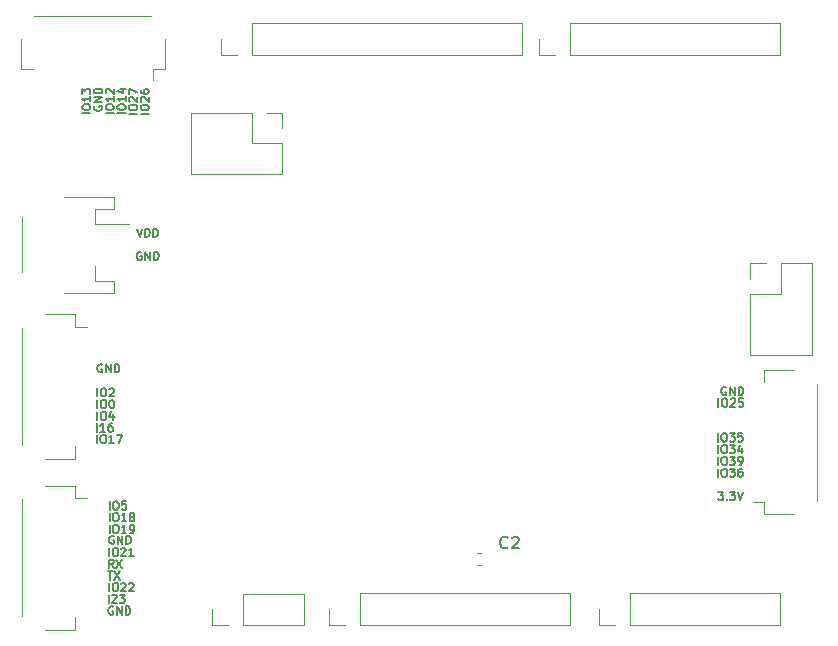
<source format=gbr>
%TF.GenerationSoftware,KiCad,Pcbnew,9.0.6*%
%TF.CreationDate,2025-11-05T04:37:19-08:00*%
%TF.ProjectId,D1R32InterfaceShield,44315233-3249-46e7-9465-726661636553,1.0*%
%TF.SameCoordinates,Original*%
%TF.FileFunction,Legend,Top*%
%TF.FilePolarity,Positive*%
%FSLAX46Y46*%
G04 Gerber Fmt 4.6, Leading zero omitted, Abs format (unit mm)*
G04 Created by KiCad (PCBNEW 9.0.6) date 2025-11-05 04:37:19*
%MOMM*%
%LPD*%
G01*
G04 APERTURE LIST*
%ADD10C,0.150000*%
%ADD11C,0.120000*%
G04 APERTURE END LIST*
D10*
X128535350Y-110726033D02*
X128535350Y-110026033D01*
X129002017Y-110026033D02*
X129135350Y-110026033D01*
X129135350Y-110026033D02*
X129202017Y-110059366D01*
X129202017Y-110059366D02*
X129268683Y-110126033D01*
X129268683Y-110126033D02*
X129302017Y-110259366D01*
X129302017Y-110259366D02*
X129302017Y-110492700D01*
X129302017Y-110492700D02*
X129268683Y-110626033D01*
X129268683Y-110626033D02*
X129202017Y-110692700D01*
X129202017Y-110692700D02*
X129135350Y-110726033D01*
X129135350Y-110726033D02*
X129002017Y-110726033D01*
X129002017Y-110726033D02*
X128935350Y-110692700D01*
X128935350Y-110692700D02*
X128868683Y-110626033D01*
X128868683Y-110626033D02*
X128835350Y-110492700D01*
X128835350Y-110492700D02*
X128835350Y-110259366D01*
X128835350Y-110259366D02*
X128868683Y-110126033D01*
X128868683Y-110126033D02*
X128935350Y-110059366D01*
X128935350Y-110059366D02*
X129002017Y-110026033D01*
X129735350Y-110026033D02*
X129802016Y-110026033D01*
X129802016Y-110026033D02*
X129868683Y-110059366D01*
X129868683Y-110059366D02*
X129902016Y-110092700D01*
X129902016Y-110092700D02*
X129935350Y-110159366D01*
X129935350Y-110159366D02*
X129968683Y-110292700D01*
X129968683Y-110292700D02*
X129968683Y-110459366D01*
X129968683Y-110459366D02*
X129935350Y-110592700D01*
X129935350Y-110592700D02*
X129902016Y-110659366D01*
X129902016Y-110659366D02*
X129868683Y-110692700D01*
X129868683Y-110692700D02*
X129802016Y-110726033D01*
X129802016Y-110726033D02*
X129735350Y-110726033D01*
X129735350Y-110726033D02*
X129668683Y-110692700D01*
X129668683Y-110692700D02*
X129635350Y-110659366D01*
X129635350Y-110659366D02*
X129602016Y-110592700D01*
X129602016Y-110592700D02*
X129568683Y-110459366D01*
X129568683Y-110459366D02*
X129568683Y-110292700D01*
X129568683Y-110292700D02*
X129602016Y-110159366D01*
X129602016Y-110159366D02*
X129635350Y-110092700D01*
X129635350Y-110092700D02*
X129668683Y-110059366D01*
X129668683Y-110059366D02*
X129735350Y-110026033D01*
X181127982Y-110606033D02*
X181127982Y-109906033D01*
X181594649Y-109906033D02*
X181727982Y-109906033D01*
X181727982Y-109906033D02*
X181794649Y-109939366D01*
X181794649Y-109939366D02*
X181861315Y-110006033D01*
X181861315Y-110006033D02*
X181894649Y-110139366D01*
X181894649Y-110139366D02*
X181894649Y-110372700D01*
X181894649Y-110372700D02*
X181861315Y-110506033D01*
X181861315Y-110506033D02*
X181794649Y-110572700D01*
X181794649Y-110572700D02*
X181727982Y-110606033D01*
X181727982Y-110606033D02*
X181594649Y-110606033D01*
X181594649Y-110606033D02*
X181527982Y-110572700D01*
X181527982Y-110572700D02*
X181461315Y-110506033D01*
X181461315Y-110506033D02*
X181427982Y-110372700D01*
X181427982Y-110372700D02*
X181427982Y-110139366D01*
X181427982Y-110139366D02*
X181461315Y-110006033D01*
X181461315Y-110006033D02*
X181527982Y-109939366D01*
X181527982Y-109939366D02*
X181594649Y-109906033D01*
X182161315Y-109972700D02*
X182194648Y-109939366D01*
X182194648Y-109939366D02*
X182261315Y-109906033D01*
X182261315Y-109906033D02*
X182427982Y-109906033D01*
X182427982Y-109906033D02*
X182494648Y-109939366D01*
X182494648Y-109939366D02*
X182527982Y-109972700D01*
X182527982Y-109972700D02*
X182561315Y-110039366D01*
X182561315Y-110039366D02*
X182561315Y-110106033D01*
X182561315Y-110106033D02*
X182527982Y-110206033D01*
X182527982Y-110206033D02*
X182127982Y-110606033D01*
X182127982Y-110606033D02*
X182561315Y-110606033D01*
X183194649Y-109906033D02*
X182861315Y-109906033D01*
X182861315Y-109906033D02*
X182827982Y-110239366D01*
X182827982Y-110239366D02*
X182861315Y-110206033D01*
X182861315Y-110206033D02*
X182927982Y-110172700D01*
X182927982Y-110172700D02*
X183094649Y-110172700D01*
X183094649Y-110172700D02*
X183161315Y-110206033D01*
X183161315Y-110206033D02*
X183194649Y-110239366D01*
X183194649Y-110239366D02*
X183227982Y-110306033D01*
X183227982Y-110306033D02*
X183227982Y-110472700D01*
X183227982Y-110472700D02*
X183194649Y-110539366D01*
X183194649Y-110539366D02*
X183161315Y-110572700D01*
X183161315Y-110572700D02*
X183094649Y-110606033D01*
X183094649Y-110606033D02*
X182927982Y-110606033D01*
X182927982Y-110606033D02*
X182861315Y-110572700D01*
X182861315Y-110572700D02*
X182827982Y-110539366D01*
X132906033Y-85802017D02*
X132206033Y-85802017D01*
X132206033Y-85335351D02*
X132206033Y-85202017D01*
X132206033Y-85202017D02*
X132239366Y-85135351D01*
X132239366Y-85135351D02*
X132306033Y-85068684D01*
X132306033Y-85068684D02*
X132439366Y-85035351D01*
X132439366Y-85035351D02*
X132672700Y-85035351D01*
X132672700Y-85035351D02*
X132806033Y-85068684D01*
X132806033Y-85068684D02*
X132872700Y-85135351D01*
X132872700Y-85135351D02*
X132906033Y-85202017D01*
X132906033Y-85202017D02*
X132906033Y-85335351D01*
X132906033Y-85335351D02*
X132872700Y-85402017D01*
X132872700Y-85402017D02*
X132806033Y-85468684D01*
X132806033Y-85468684D02*
X132672700Y-85502017D01*
X132672700Y-85502017D02*
X132439366Y-85502017D01*
X132439366Y-85502017D02*
X132306033Y-85468684D01*
X132306033Y-85468684D02*
X132239366Y-85402017D01*
X132239366Y-85402017D02*
X132206033Y-85335351D01*
X132272700Y-84768684D02*
X132239366Y-84735351D01*
X132239366Y-84735351D02*
X132206033Y-84668684D01*
X132206033Y-84668684D02*
X132206033Y-84502018D01*
X132206033Y-84502018D02*
X132239366Y-84435351D01*
X132239366Y-84435351D02*
X132272700Y-84402018D01*
X132272700Y-84402018D02*
X132339366Y-84368684D01*
X132339366Y-84368684D02*
X132406033Y-84368684D01*
X132406033Y-84368684D02*
X132506033Y-84402018D01*
X132506033Y-84402018D02*
X132906033Y-84802018D01*
X132906033Y-84802018D02*
X132906033Y-84368684D01*
X132206033Y-83768684D02*
X132206033Y-83902017D01*
X132206033Y-83902017D02*
X132239366Y-83968684D01*
X132239366Y-83968684D02*
X132272700Y-84002017D01*
X132272700Y-84002017D02*
X132372700Y-84068684D01*
X132372700Y-84068684D02*
X132506033Y-84102017D01*
X132506033Y-84102017D02*
X132772700Y-84102017D01*
X132772700Y-84102017D02*
X132839366Y-84068684D01*
X132839366Y-84068684D02*
X132872700Y-84035351D01*
X132872700Y-84035351D02*
X132906033Y-83968684D01*
X132906033Y-83968684D02*
X132906033Y-83835351D01*
X132906033Y-83835351D02*
X132872700Y-83768684D01*
X132872700Y-83768684D02*
X132839366Y-83735351D01*
X132839366Y-83735351D02*
X132772700Y-83702017D01*
X132772700Y-83702017D02*
X132606033Y-83702017D01*
X132606033Y-83702017D02*
X132539366Y-83735351D01*
X132539366Y-83735351D02*
X132506033Y-83768684D01*
X132506033Y-83768684D02*
X132472700Y-83835351D01*
X132472700Y-83835351D02*
X132472700Y-83968684D01*
X132472700Y-83968684D02*
X132506033Y-84035351D01*
X132506033Y-84035351D02*
X132539366Y-84068684D01*
X132539366Y-84068684D02*
X132606033Y-84102017D01*
X129932017Y-121549366D02*
X129865350Y-121516033D01*
X129865350Y-121516033D02*
X129765350Y-121516033D01*
X129765350Y-121516033D02*
X129665350Y-121549366D01*
X129665350Y-121549366D02*
X129598684Y-121616033D01*
X129598684Y-121616033D02*
X129565350Y-121682700D01*
X129565350Y-121682700D02*
X129532017Y-121816033D01*
X129532017Y-121816033D02*
X129532017Y-121916033D01*
X129532017Y-121916033D02*
X129565350Y-122049366D01*
X129565350Y-122049366D02*
X129598684Y-122116033D01*
X129598684Y-122116033D02*
X129665350Y-122182700D01*
X129665350Y-122182700D02*
X129765350Y-122216033D01*
X129765350Y-122216033D02*
X129832017Y-122216033D01*
X129832017Y-122216033D02*
X129932017Y-122182700D01*
X129932017Y-122182700D02*
X129965350Y-122149366D01*
X129965350Y-122149366D02*
X129965350Y-121916033D01*
X129965350Y-121916033D02*
X129832017Y-121916033D01*
X130265350Y-122216033D02*
X130265350Y-121516033D01*
X130265350Y-121516033D02*
X130665350Y-122216033D01*
X130665350Y-122216033D02*
X130665350Y-121516033D01*
X130998683Y-122216033D02*
X130998683Y-121516033D01*
X130998683Y-121516033D02*
X131165350Y-121516033D01*
X131165350Y-121516033D02*
X131265350Y-121549366D01*
X131265350Y-121549366D02*
X131332017Y-121616033D01*
X131332017Y-121616033D02*
X131365350Y-121682700D01*
X131365350Y-121682700D02*
X131398683Y-121816033D01*
X131398683Y-121816033D02*
X131398683Y-121916033D01*
X131398683Y-121916033D02*
X131365350Y-122049366D01*
X131365350Y-122049366D02*
X131332017Y-122116033D01*
X131332017Y-122116033D02*
X131265350Y-122182700D01*
X131265350Y-122182700D02*
X131165350Y-122216033D01*
X131165350Y-122216033D02*
X130998683Y-122216033D01*
X181114649Y-117806033D02*
X181547982Y-117806033D01*
X181547982Y-117806033D02*
X181314649Y-118072700D01*
X181314649Y-118072700D02*
X181414649Y-118072700D01*
X181414649Y-118072700D02*
X181481315Y-118106033D01*
X181481315Y-118106033D02*
X181514649Y-118139366D01*
X181514649Y-118139366D02*
X181547982Y-118206033D01*
X181547982Y-118206033D02*
X181547982Y-118372700D01*
X181547982Y-118372700D02*
X181514649Y-118439366D01*
X181514649Y-118439366D02*
X181481315Y-118472700D01*
X181481315Y-118472700D02*
X181414649Y-118506033D01*
X181414649Y-118506033D02*
X181214649Y-118506033D01*
X181214649Y-118506033D02*
X181147982Y-118472700D01*
X181147982Y-118472700D02*
X181114649Y-118439366D01*
X181847982Y-118439366D02*
X181881316Y-118472700D01*
X181881316Y-118472700D02*
X181847982Y-118506033D01*
X181847982Y-118506033D02*
X181814649Y-118472700D01*
X181814649Y-118472700D02*
X181847982Y-118439366D01*
X181847982Y-118439366D02*
X181847982Y-118506033D01*
X182114649Y-117806033D02*
X182547982Y-117806033D01*
X182547982Y-117806033D02*
X182314649Y-118072700D01*
X182314649Y-118072700D02*
X182414649Y-118072700D01*
X182414649Y-118072700D02*
X182481315Y-118106033D01*
X182481315Y-118106033D02*
X182514649Y-118139366D01*
X182514649Y-118139366D02*
X182547982Y-118206033D01*
X182547982Y-118206033D02*
X182547982Y-118372700D01*
X182547982Y-118372700D02*
X182514649Y-118439366D01*
X182514649Y-118439366D02*
X182481315Y-118472700D01*
X182481315Y-118472700D02*
X182414649Y-118506033D01*
X182414649Y-118506033D02*
X182214649Y-118506033D01*
X182214649Y-118506033D02*
X182147982Y-118472700D01*
X182147982Y-118472700D02*
X182114649Y-118439366D01*
X182747982Y-117806033D02*
X182981316Y-118506033D01*
X182981316Y-118506033D02*
X183214649Y-117806033D01*
X128505350Y-112706033D02*
X128505350Y-112006033D01*
X129205350Y-112706033D02*
X128805350Y-112706033D01*
X129005350Y-112706033D02*
X129005350Y-112006033D01*
X129005350Y-112006033D02*
X128938683Y-112106033D01*
X128938683Y-112106033D02*
X128872017Y-112172700D01*
X128872017Y-112172700D02*
X128805350Y-112206033D01*
X129805350Y-112006033D02*
X129672017Y-112006033D01*
X129672017Y-112006033D02*
X129605350Y-112039366D01*
X129605350Y-112039366D02*
X129572017Y-112072700D01*
X129572017Y-112072700D02*
X129505350Y-112172700D01*
X129505350Y-112172700D02*
X129472017Y-112306033D01*
X129472017Y-112306033D02*
X129472017Y-112572700D01*
X129472017Y-112572700D02*
X129505350Y-112639366D01*
X129505350Y-112639366D02*
X129538684Y-112672700D01*
X129538684Y-112672700D02*
X129605350Y-112706033D01*
X129605350Y-112706033D02*
X129738684Y-112706033D01*
X129738684Y-112706033D02*
X129805350Y-112672700D01*
X129805350Y-112672700D02*
X129838684Y-112639366D01*
X129838684Y-112639366D02*
X129872017Y-112572700D01*
X129872017Y-112572700D02*
X129872017Y-112406033D01*
X129872017Y-112406033D02*
X129838684Y-112339366D01*
X129838684Y-112339366D02*
X129805350Y-112306033D01*
X129805350Y-112306033D02*
X129738684Y-112272700D01*
X129738684Y-112272700D02*
X129605350Y-112272700D01*
X129605350Y-112272700D02*
X129538684Y-112306033D01*
X129538684Y-112306033D02*
X129505350Y-112339366D01*
X129505350Y-112339366D02*
X129472017Y-112406033D01*
X181077982Y-116536033D02*
X181077982Y-115836033D01*
X181544649Y-115836033D02*
X181677982Y-115836033D01*
X181677982Y-115836033D02*
X181744649Y-115869366D01*
X181744649Y-115869366D02*
X181811315Y-115936033D01*
X181811315Y-115936033D02*
X181844649Y-116069366D01*
X181844649Y-116069366D02*
X181844649Y-116302700D01*
X181844649Y-116302700D02*
X181811315Y-116436033D01*
X181811315Y-116436033D02*
X181744649Y-116502700D01*
X181744649Y-116502700D02*
X181677982Y-116536033D01*
X181677982Y-116536033D02*
X181544649Y-116536033D01*
X181544649Y-116536033D02*
X181477982Y-116502700D01*
X181477982Y-116502700D02*
X181411315Y-116436033D01*
X181411315Y-116436033D02*
X181377982Y-116302700D01*
X181377982Y-116302700D02*
X181377982Y-116069366D01*
X181377982Y-116069366D02*
X181411315Y-115936033D01*
X181411315Y-115936033D02*
X181477982Y-115869366D01*
X181477982Y-115869366D02*
X181544649Y-115836033D01*
X182077982Y-115836033D02*
X182511315Y-115836033D01*
X182511315Y-115836033D02*
X182277982Y-116102700D01*
X182277982Y-116102700D02*
X182377982Y-116102700D01*
X182377982Y-116102700D02*
X182444648Y-116136033D01*
X182444648Y-116136033D02*
X182477982Y-116169366D01*
X182477982Y-116169366D02*
X182511315Y-116236033D01*
X182511315Y-116236033D02*
X182511315Y-116402700D01*
X182511315Y-116402700D02*
X182477982Y-116469366D01*
X182477982Y-116469366D02*
X182444648Y-116502700D01*
X182444648Y-116502700D02*
X182377982Y-116536033D01*
X182377982Y-116536033D02*
X182177982Y-116536033D01*
X182177982Y-116536033D02*
X182111315Y-116502700D01*
X182111315Y-116502700D02*
X182077982Y-116469366D01*
X183111315Y-115836033D02*
X182977982Y-115836033D01*
X182977982Y-115836033D02*
X182911315Y-115869366D01*
X182911315Y-115869366D02*
X182877982Y-115902700D01*
X182877982Y-115902700D02*
X182811315Y-116002700D01*
X182811315Y-116002700D02*
X182777982Y-116136033D01*
X182777982Y-116136033D02*
X182777982Y-116402700D01*
X182777982Y-116402700D02*
X182811315Y-116469366D01*
X182811315Y-116469366D02*
X182844649Y-116502700D01*
X182844649Y-116502700D02*
X182911315Y-116536033D01*
X182911315Y-116536033D02*
X183044649Y-116536033D01*
X183044649Y-116536033D02*
X183111315Y-116502700D01*
X183111315Y-116502700D02*
X183144649Y-116469366D01*
X183144649Y-116469366D02*
X183177982Y-116402700D01*
X183177982Y-116402700D02*
X183177982Y-116236033D01*
X183177982Y-116236033D02*
X183144649Y-116169366D01*
X183144649Y-116169366D02*
X183111315Y-116136033D01*
X183111315Y-116136033D02*
X183044649Y-116102700D01*
X183044649Y-116102700D02*
X182911315Y-116102700D01*
X182911315Y-116102700D02*
X182844649Y-116136033D01*
X182844649Y-116136033D02*
X182811315Y-116169366D01*
X182811315Y-116169366D02*
X182777982Y-116236033D01*
X129862017Y-127539366D02*
X129795350Y-127506033D01*
X129795350Y-127506033D02*
X129695350Y-127506033D01*
X129695350Y-127506033D02*
X129595350Y-127539366D01*
X129595350Y-127539366D02*
X129528684Y-127606033D01*
X129528684Y-127606033D02*
X129495350Y-127672700D01*
X129495350Y-127672700D02*
X129462017Y-127806033D01*
X129462017Y-127806033D02*
X129462017Y-127906033D01*
X129462017Y-127906033D02*
X129495350Y-128039366D01*
X129495350Y-128039366D02*
X129528684Y-128106033D01*
X129528684Y-128106033D02*
X129595350Y-128172700D01*
X129595350Y-128172700D02*
X129695350Y-128206033D01*
X129695350Y-128206033D02*
X129762017Y-128206033D01*
X129762017Y-128206033D02*
X129862017Y-128172700D01*
X129862017Y-128172700D02*
X129895350Y-128139366D01*
X129895350Y-128139366D02*
X129895350Y-127906033D01*
X129895350Y-127906033D02*
X129762017Y-127906033D01*
X130195350Y-128206033D02*
X130195350Y-127506033D01*
X130195350Y-127506033D02*
X130595350Y-128206033D01*
X130595350Y-128206033D02*
X130595350Y-127506033D01*
X130928683Y-128206033D02*
X130928683Y-127506033D01*
X130928683Y-127506033D02*
X131095350Y-127506033D01*
X131095350Y-127506033D02*
X131195350Y-127539366D01*
X131195350Y-127539366D02*
X131262017Y-127606033D01*
X131262017Y-127606033D02*
X131295350Y-127672700D01*
X131295350Y-127672700D02*
X131328683Y-127806033D01*
X131328683Y-127806033D02*
X131328683Y-127906033D01*
X131328683Y-127906033D02*
X131295350Y-128039366D01*
X131295350Y-128039366D02*
X131262017Y-128106033D01*
X131262017Y-128106033D02*
X131195350Y-128172700D01*
X131195350Y-128172700D02*
X131095350Y-128206033D01*
X131095350Y-128206033D02*
X130928683Y-128206033D01*
X128505350Y-113696033D02*
X128505350Y-112996033D01*
X128972017Y-112996033D02*
X129105350Y-112996033D01*
X129105350Y-112996033D02*
X129172017Y-113029366D01*
X129172017Y-113029366D02*
X129238683Y-113096033D01*
X129238683Y-113096033D02*
X129272017Y-113229366D01*
X129272017Y-113229366D02*
X129272017Y-113462700D01*
X129272017Y-113462700D02*
X129238683Y-113596033D01*
X129238683Y-113596033D02*
X129172017Y-113662700D01*
X129172017Y-113662700D02*
X129105350Y-113696033D01*
X129105350Y-113696033D02*
X128972017Y-113696033D01*
X128972017Y-113696033D02*
X128905350Y-113662700D01*
X128905350Y-113662700D02*
X128838683Y-113596033D01*
X128838683Y-113596033D02*
X128805350Y-113462700D01*
X128805350Y-113462700D02*
X128805350Y-113229366D01*
X128805350Y-113229366D02*
X128838683Y-113096033D01*
X128838683Y-113096033D02*
X128905350Y-113029366D01*
X128905350Y-113029366D02*
X128972017Y-112996033D01*
X129938683Y-113696033D02*
X129538683Y-113696033D01*
X129738683Y-113696033D02*
X129738683Y-112996033D01*
X129738683Y-112996033D02*
X129672016Y-113096033D01*
X129672016Y-113096033D02*
X129605350Y-113162700D01*
X129605350Y-113162700D02*
X129538683Y-113196033D01*
X130172017Y-112996033D02*
X130638683Y-112996033D01*
X130638683Y-112996033D02*
X130338683Y-113696033D01*
X129495350Y-127216033D02*
X129495350Y-126516033D01*
X129795350Y-126582700D02*
X129828683Y-126549366D01*
X129828683Y-126549366D02*
X129895350Y-126516033D01*
X129895350Y-126516033D02*
X130062017Y-126516033D01*
X130062017Y-126516033D02*
X130128683Y-126549366D01*
X130128683Y-126549366D02*
X130162017Y-126582700D01*
X130162017Y-126582700D02*
X130195350Y-126649366D01*
X130195350Y-126649366D02*
X130195350Y-126716033D01*
X130195350Y-126716033D02*
X130162017Y-126816033D01*
X130162017Y-126816033D02*
X129762017Y-127216033D01*
X129762017Y-127216033D02*
X130195350Y-127216033D01*
X130428684Y-126516033D02*
X130862017Y-126516033D01*
X130862017Y-126516033D02*
X130628684Y-126782700D01*
X130628684Y-126782700D02*
X130728684Y-126782700D01*
X130728684Y-126782700D02*
X130795350Y-126816033D01*
X130795350Y-126816033D02*
X130828684Y-126849366D01*
X130828684Y-126849366D02*
X130862017Y-126916033D01*
X130862017Y-126916033D02*
X130862017Y-127082700D01*
X130862017Y-127082700D02*
X130828684Y-127149366D01*
X130828684Y-127149366D02*
X130795350Y-127182700D01*
X130795350Y-127182700D02*
X130728684Y-127216033D01*
X130728684Y-127216033D02*
X130528684Y-127216033D01*
X130528684Y-127216033D02*
X130462017Y-127182700D01*
X130462017Y-127182700D02*
X130428684Y-127149366D01*
X132276667Y-97509366D02*
X132210000Y-97476033D01*
X132210000Y-97476033D02*
X132110000Y-97476033D01*
X132110000Y-97476033D02*
X132010000Y-97509366D01*
X132010000Y-97509366D02*
X131943334Y-97576033D01*
X131943334Y-97576033D02*
X131910000Y-97642700D01*
X131910000Y-97642700D02*
X131876667Y-97776033D01*
X131876667Y-97776033D02*
X131876667Y-97876033D01*
X131876667Y-97876033D02*
X131910000Y-98009366D01*
X131910000Y-98009366D02*
X131943334Y-98076033D01*
X131943334Y-98076033D02*
X132010000Y-98142700D01*
X132010000Y-98142700D02*
X132110000Y-98176033D01*
X132110000Y-98176033D02*
X132176667Y-98176033D01*
X132176667Y-98176033D02*
X132276667Y-98142700D01*
X132276667Y-98142700D02*
X132310000Y-98109366D01*
X132310000Y-98109366D02*
X132310000Y-97876033D01*
X132310000Y-97876033D02*
X132176667Y-97876033D01*
X132610000Y-98176033D02*
X132610000Y-97476033D01*
X132610000Y-97476033D02*
X133010000Y-98176033D01*
X133010000Y-98176033D02*
X133010000Y-97476033D01*
X133343333Y-98176033D02*
X133343333Y-97476033D01*
X133343333Y-97476033D02*
X133510000Y-97476033D01*
X133510000Y-97476033D02*
X133610000Y-97509366D01*
X133610000Y-97509366D02*
X133676667Y-97576033D01*
X133676667Y-97576033D02*
X133710000Y-97642700D01*
X133710000Y-97642700D02*
X133743333Y-97776033D01*
X133743333Y-97776033D02*
X133743333Y-97876033D01*
X133743333Y-97876033D02*
X133710000Y-98009366D01*
X133710000Y-98009366D02*
X133676667Y-98076033D01*
X133676667Y-98076033D02*
X133610000Y-98142700D01*
X133610000Y-98142700D02*
X133510000Y-98176033D01*
X133510000Y-98176033D02*
X133343333Y-98176033D01*
X181761316Y-108949366D02*
X181694649Y-108916033D01*
X181694649Y-108916033D02*
X181594649Y-108916033D01*
X181594649Y-108916033D02*
X181494649Y-108949366D01*
X181494649Y-108949366D02*
X181427983Y-109016033D01*
X181427983Y-109016033D02*
X181394649Y-109082700D01*
X181394649Y-109082700D02*
X181361316Y-109216033D01*
X181361316Y-109216033D02*
X181361316Y-109316033D01*
X181361316Y-109316033D02*
X181394649Y-109449366D01*
X181394649Y-109449366D02*
X181427983Y-109516033D01*
X181427983Y-109516033D02*
X181494649Y-109582700D01*
X181494649Y-109582700D02*
X181594649Y-109616033D01*
X181594649Y-109616033D02*
X181661316Y-109616033D01*
X181661316Y-109616033D02*
X181761316Y-109582700D01*
X181761316Y-109582700D02*
X181794649Y-109549366D01*
X181794649Y-109549366D02*
X181794649Y-109316033D01*
X181794649Y-109316033D02*
X181661316Y-109316033D01*
X182094649Y-109616033D02*
X182094649Y-108916033D01*
X182094649Y-108916033D02*
X182494649Y-109616033D01*
X182494649Y-109616033D02*
X182494649Y-108916033D01*
X182827982Y-109616033D02*
X182827982Y-108916033D01*
X182827982Y-108916033D02*
X182994649Y-108916033D01*
X182994649Y-108916033D02*
X183094649Y-108949366D01*
X183094649Y-108949366D02*
X183161316Y-109016033D01*
X183161316Y-109016033D02*
X183194649Y-109082700D01*
X183194649Y-109082700D02*
X183227982Y-109216033D01*
X183227982Y-109216033D02*
X183227982Y-109316033D01*
X183227982Y-109316033D02*
X183194649Y-109449366D01*
X183194649Y-109449366D02*
X183161316Y-109516033D01*
X183161316Y-109516033D02*
X183094649Y-109582700D01*
X183094649Y-109582700D02*
X182994649Y-109616033D01*
X182994649Y-109616033D02*
X182827982Y-109616033D01*
X129936033Y-85772017D02*
X129236033Y-85772017D01*
X129236033Y-85305351D02*
X129236033Y-85172017D01*
X129236033Y-85172017D02*
X129269366Y-85105351D01*
X129269366Y-85105351D02*
X129336033Y-85038684D01*
X129336033Y-85038684D02*
X129469366Y-85005351D01*
X129469366Y-85005351D02*
X129702700Y-85005351D01*
X129702700Y-85005351D02*
X129836033Y-85038684D01*
X129836033Y-85038684D02*
X129902700Y-85105351D01*
X129902700Y-85105351D02*
X129936033Y-85172017D01*
X129936033Y-85172017D02*
X129936033Y-85305351D01*
X129936033Y-85305351D02*
X129902700Y-85372017D01*
X129902700Y-85372017D02*
X129836033Y-85438684D01*
X129836033Y-85438684D02*
X129702700Y-85472017D01*
X129702700Y-85472017D02*
X129469366Y-85472017D01*
X129469366Y-85472017D02*
X129336033Y-85438684D01*
X129336033Y-85438684D02*
X129269366Y-85372017D01*
X129269366Y-85372017D02*
X129236033Y-85305351D01*
X129936033Y-84338684D02*
X129936033Y-84738684D01*
X129936033Y-84538684D02*
X129236033Y-84538684D01*
X129236033Y-84538684D02*
X129336033Y-84605351D01*
X129336033Y-84605351D02*
X129402700Y-84672018D01*
X129402700Y-84672018D02*
X129436033Y-84738684D01*
X129302700Y-84072017D02*
X129269366Y-84038684D01*
X129269366Y-84038684D02*
X129236033Y-83972017D01*
X129236033Y-83972017D02*
X129236033Y-83805351D01*
X129236033Y-83805351D02*
X129269366Y-83738684D01*
X129269366Y-83738684D02*
X129302700Y-83705351D01*
X129302700Y-83705351D02*
X129369366Y-83672017D01*
X129369366Y-83672017D02*
X129436033Y-83672017D01*
X129436033Y-83672017D02*
X129536033Y-83705351D01*
X129536033Y-83705351D02*
X129936033Y-84105351D01*
X129936033Y-84105351D02*
X129936033Y-83672017D01*
X128535350Y-111726033D02*
X128535350Y-111026033D01*
X129002017Y-111026033D02*
X129135350Y-111026033D01*
X129135350Y-111026033D02*
X129202017Y-111059366D01*
X129202017Y-111059366D02*
X129268683Y-111126033D01*
X129268683Y-111126033D02*
X129302017Y-111259366D01*
X129302017Y-111259366D02*
X129302017Y-111492700D01*
X129302017Y-111492700D02*
X129268683Y-111626033D01*
X129268683Y-111626033D02*
X129202017Y-111692700D01*
X129202017Y-111692700D02*
X129135350Y-111726033D01*
X129135350Y-111726033D02*
X129002017Y-111726033D01*
X129002017Y-111726033D02*
X128935350Y-111692700D01*
X128935350Y-111692700D02*
X128868683Y-111626033D01*
X128868683Y-111626033D02*
X128835350Y-111492700D01*
X128835350Y-111492700D02*
X128835350Y-111259366D01*
X128835350Y-111259366D02*
X128868683Y-111126033D01*
X128868683Y-111126033D02*
X128935350Y-111059366D01*
X128935350Y-111059366D02*
X129002017Y-111026033D01*
X129902016Y-111259366D02*
X129902016Y-111726033D01*
X129735350Y-110992700D02*
X129568683Y-111492700D01*
X129568683Y-111492700D02*
X130002016Y-111492700D01*
X129575350Y-121296033D02*
X129575350Y-120596033D01*
X130042017Y-120596033D02*
X130175350Y-120596033D01*
X130175350Y-120596033D02*
X130242017Y-120629366D01*
X130242017Y-120629366D02*
X130308683Y-120696033D01*
X130308683Y-120696033D02*
X130342017Y-120829366D01*
X130342017Y-120829366D02*
X130342017Y-121062700D01*
X130342017Y-121062700D02*
X130308683Y-121196033D01*
X130308683Y-121196033D02*
X130242017Y-121262700D01*
X130242017Y-121262700D02*
X130175350Y-121296033D01*
X130175350Y-121296033D02*
X130042017Y-121296033D01*
X130042017Y-121296033D02*
X129975350Y-121262700D01*
X129975350Y-121262700D02*
X129908683Y-121196033D01*
X129908683Y-121196033D02*
X129875350Y-121062700D01*
X129875350Y-121062700D02*
X129875350Y-120829366D01*
X129875350Y-120829366D02*
X129908683Y-120696033D01*
X129908683Y-120696033D02*
X129975350Y-120629366D01*
X129975350Y-120629366D02*
X130042017Y-120596033D01*
X131008683Y-121296033D02*
X130608683Y-121296033D01*
X130808683Y-121296033D02*
X130808683Y-120596033D01*
X130808683Y-120596033D02*
X130742016Y-120696033D01*
X130742016Y-120696033D02*
X130675350Y-120762700D01*
X130675350Y-120762700D02*
X130608683Y-120796033D01*
X131342017Y-121296033D02*
X131475350Y-121296033D01*
X131475350Y-121296033D02*
X131542017Y-121262700D01*
X131542017Y-121262700D02*
X131575350Y-121229366D01*
X131575350Y-121229366D02*
X131642017Y-121129366D01*
X131642017Y-121129366D02*
X131675350Y-120996033D01*
X131675350Y-120996033D02*
X131675350Y-120729366D01*
X131675350Y-120729366D02*
X131642017Y-120662700D01*
X131642017Y-120662700D02*
X131608683Y-120629366D01*
X131608683Y-120629366D02*
X131542017Y-120596033D01*
X131542017Y-120596033D02*
X131408683Y-120596033D01*
X131408683Y-120596033D02*
X131342017Y-120629366D01*
X131342017Y-120629366D02*
X131308683Y-120662700D01*
X131308683Y-120662700D02*
X131275350Y-120729366D01*
X131275350Y-120729366D02*
X131275350Y-120896033D01*
X131275350Y-120896033D02*
X131308683Y-120962700D01*
X131308683Y-120962700D02*
X131342017Y-120996033D01*
X131342017Y-120996033D02*
X131408683Y-121029366D01*
X131408683Y-121029366D02*
X131542017Y-121029366D01*
X131542017Y-121029366D02*
X131608683Y-120996033D01*
X131608683Y-120996033D02*
X131642017Y-120962700D01*
X131642017Y-120962700D02*
X131675350Y-120896033D01*
X129575350Y-120306033D02*
X129575350Y-119606033D01*
X130042017Y-119606033D02*
X130175350Y-119606033D01*
X130175350Y-119606033D02*
X130242017Y-119639366D01*
X130242017Y-119639366D02*
X130308683Y-119706033D01*
X130308683Y-119706033D02*
X130342017Y-119839366D01*
X130342017Y-119839366D02*
X130342017Y-120072700D01*
X130342017Y-120072700D02*
X130308683Y-120206033D01*
X130308683Y-120206033D02*
X130242017Y-120272700D01*
X130242017Y-120272700D02*
X130175350Y-120306033D01*
X130175350Y-120306033D02*
X130042017Y-120306033D01*
X130042017Y-120306033D02*
X129975350Y-120272700D01*
X129975350Y-120272700D02*
X129908683Y-120206033D01*
X129908683Y-120206033D02*
X129875350Y-120072700D01*
X129875350Y-120072700D02*
X129875350Y-119839366D01*
X129875350Y-119839366D02*
X129908683Y-119706033D01*
X129908683Y-119706033D02*
X129975350Y-119639366D01*
X129975350Y-119639366D02*
X130042017Y-119606033D01*
X131008683Y-120306033D02*
X130608683Y-120306033D01*
X130808683Y-120306033D02*
X130808683Y-119606033D01*
X130808683Y-119606033D02*
X130742016Y-119706033D01*
X130742016Y-119706033D02*
X130675350Y-119772700D01*
X130675350Y-119772700D02*
X130608683Y-119806033D01*
X131408683Y-119906033D02*
X131342017Y-119872700D01*
X131342017Y-119872700D02*
X131308683Y-119839366D01*
X131308683Y-119839366D02*
X131275350Y-119772700D01*
X131275350Y-119772700D02*
X131275350Y-119739366D01*
X131275350Y-119739366D02*
X131308683Y-119672700D01*
X131308683Y-119672700D02*
X131342017Y-119639366D01*
X131342017Y-119639366D02*
X131408683Y-119606033D01*
X131408683Y-119606033D02*
X131542017Y-119606033D01*
X131542017Y-119606033D02*
X131608683Y-119639366D01*
X131608683Y-119639366D02*
X131642017Y-119672700D01*
X131642017Y-119672700D02*
X131675350Y-119739366D01*
X131675350Y-119739366D02*
X131675350Y-119772700D01*
X131675350Y-119772700D02*
X131642017Y-119839366D01*
X131642017Y-119839366D02*
X131608683Y-119872700D01*
X131608683Y-119872700D02*
X131542017Y-119906033D01*
X131542017Y-119906033D02*
X131408683Y-119906033D01*
X131408683Y-119906033D02*
X131342017Y-119939366D01*
X131342017Y-119939366D02*
X131308683Y-119972700D01*
X131308683Y-119972700D02*
X131275350Y-120039366D01*
X131275350Y-120039366D02*
X131275350Y-120172700D01*
X131275350Y-120172700D02*
X131308683Y-120239366D01*
X131308683Y-120239366D02*
X131342017Y-120272700D01*
X131342017Y-120272700D02*
X131408683Y-120306033D01*
X131408683Y-120306033D02*
X131542017Y-120306033D01*
X131542017Y-120306033D02*
X131608683Y-120272700D01*
X131608683Y-120272700D02*
X131642017Y-120239366D01*
X131642017Y-120239366D02*
X131675350Y-120172700D01*
X131675350Y-120172700D02*
X131675350Y-120039366D01*
X131675350Y-120039366D02*
X131642017Y-119972700D01*
X131642017Y-119972700D02*
X131608683Y-119939366D01*
X131608683Y-119939366D02*
X131542017Y-119906033D01*
X130936033Y-85772017D02*
X130236033Y-85772017D01*
X130236033Y-85305351D02*
X130236033Y-85172017D01*
X130236033Y-85172017D02*
X130269366Y-85105351D01*
X130269366Y-85105351D02*
X130336033Y-85038684D01*
X130336033Y-85038684D02*
X130469366Y-85005351D01*
X130469366Y-85005351D02*
X130702700Y-85005351D01*
X130702700Y-85005351D02*
X130836033Y-85038684D01*
X130836033Y-85038684D02*
X130902700Y-85105351D01*
X130902700Y-85105351D02*
X130936033Y-85172017D01*
X130936033Y-85172017D02*
X130936033Y-85305351D01*
X130936033Y-85305351D02*
X130902700Y-85372017D01*
X130902700Y-85372017D02*
X130836033Y-85438684D01*
X130836033Y-85438684D02*
X130702700Y-85472017D01*
X130702700Y-85472017D02*
X130469366Y-85472017D01*
X130469366Y-85472017D02*
X130336033Y-85438684D01*
X130336033Y-85438684D02*
X130269366Y-85372017D01*
X130269366Y-85372017D02*
X130236033Y-85305351D01*
X130936033Y-84338684D02*
X130936033Y-84738684D01*
X130936033Y-84538684D02*
X130236033Y-84538684D01*
X130236033Y-84538684D02*
X130336033Y-84605351D01*
X130336033Y-84605351D02*
X130402700Y-84672018D01*
X130402700Y-84672018D02*
X130436033Y-84738684D01*
X130469366Y-83738684D02*
X130936033Y-83738684D01*
X130202700Y-83905351D02*
X130702700Y-84072017D01*
X130702700Y-84072017D02*
X130702700Y-83638684D01*
X181077982Y-114546033D02*
X181077982Y-113846033D01*
X181544649Y-113846033D02*
X181677982Y-113846033D01*
X181677982Y-113846033D02*
X181744649Y-113879366D01*
X181744649Y-113879366D02*
X181811315Y-113946033D01*
X181811315Y-113946033D02*
X181844649Y-114079366D01*
X181844649Y-114079366D02*
X181844649Y-114312700D01*
X181844649Y-114312700D02*
X181811315Y-114446033D01*
X181811315Y-114446033D02*
X181744649Y-114512700D01*
X181744649Y-114512700D02*
X181677982Y-114546033D01*
X181677982Y-114546033D02*
X181544649Y-114546033D01*
X181544649Y-114546033D02*
X181477982Y-114512700D01*
X181477982Y-114512700D02*
X181411315Y-114446033D01*
X181411315Y-114446033D02*
X181377982Y-114312700D01*
X181377982Y-114312700D02*
X181377982Y-114079366D01*
X181377982Y-114079366D02*
X181411315Y-113946033D01*
X181411315Y-113946033D02*
X181477982Y-113879366D01*
X181477982Y-113879366D02*
X181544649Y-113846033D01*
X182077982Y-113846033D02*
X182511315Y-113846033D01*
X182511315Y-113846033D02*
X182277982Y-114112700D01*
X182277982Y-114112700D02*
X182377982Y-114112700D01*
X182377982Y-114112700D02*
X182444648Y-114146033D01*
X182444648Y-114146033D02*
X182477982Y-114179366D01*
X182477982Y-114179366D02*
X182511315Y-114246033D01*
X182511315Y-114246033D02*
X182511315Y-114412700D01*
X182511315Y-114412700D02*
X182477982Y-114479366D01*
X182477982Y-114479366D02*
X182444648Y-114512700D01*
X182444648Y-114512700D02*
X182377982Y-114546033D01*
X182377982Y-114546033D02*
X182177982Y-114546033D01*
X182177982Y-114546033D02*
X182111315Y-114512700D01*
X182111315Y-114512700D02*
X182077982Y-114479366D01*
X183111315Y-114079366D02*
X183111315Y-114546033D01*
X182944649Y-113812700D02*
X182777982Y-114312700D01*
X182777982Y-114312700D02*
X183211315Y-114312700D01*
X127956033Y-85772017D02*
X127256033Y-85772017D01*
X127256033Y-85305351D02*
X127256033Y-85172017D01*
X127256033Y-85172017D02*
X127289366Y-85105351D01*
X127289366Y-85105351D02*
X127356033Y-85038684D01*
X127356033Y-85038684D02*
X127489366Y-85005351D01*
X127489366Y-85005351D02*
X127722700Y-85005351D01*
X127722700Y-85005351D02*
X127856033Y-85038684D01*
X127856033Y-85038684D02*
X127922700Y-85105351D01*
X127922700Y-85105351D02*
X127956033Y-85172017D01*
X127956033Y-85172017D02*
X127956033Y-85305351D01*
X127956033Y-85305351D02*
X127922700Y-85372017D01*
X127922700Y-85372017D02*
X127856033Y-85438684D01*
X127856033Y-85438684D02*
X127722700Y-85472017D01*
X127722700Y-85472017D02*
X127489366Y-85472017D01*
X127489366Y-85472017D02*
X127356033Y-85438684D01*
X127356033Y-85438684D02*
X127289366Y-85372017D01*
X127289366Y-85372017D02*
X127256033Y-85305351D01*
X127956033Y-84338684D02*
X127956033Y-84738684D01*
X127956033Y-84538684D02*
X127256033Y-84538684D01*
X127256033Y-84538684D02*
X127356033Y-84605351D01*
X127356033Y-84605351D02*
X127422700Y-84672018D01*
X127422700Y-84672018D02*
X127456033Y-84738684D01*
X127256033Y-84105351D02*
X127256033Y-83672017D01*
X127256033Y-83672017D02*
X127522700Y-83905351D01*
X127522700Y-83905351D02*
X127522700Y-83805351D01*
X127522700Y-83805351D02*
X127556033Y-83738684D01*
X127556033Y-83738684D02*
X127589366Y-83705351D01*
X127589366Y-83705351D02*
X127656033Y-83672017D01*
X127656033Y-83672017D02*
X127822700Y-83672017D01*
X127822700Y-83672017D02*
X127889366Y-83705351D01*
X127889366Y-83705351D02*
X127922700Y-83738684D01*
X127922700Y-83738684D02*
X127956033Y-83805351D01*
X127956033Y-83805351D02*
X127956033Y-84005351D01*
X127956033Y-84005351D02*
X127922700Y-84072017D01*
X127922700Y-84072017D02*
X127889366Y-84105351D01*
X128942017Y-107039366D02*
X128875350Y-107006033D01*
X128875350Y-107006033D02*
X128775350Y-107006033D01*
X128775350Y-107006033D02*
X128675350Y-107039366D01*
X128675350Y-107039366D02*
X128608684Y-107106033D01*
X128608684Y-107106033D02*
X128575350Y-107172700D01*
X128575350Y-107172700D02*
X128542017Y-107306033D01*
X128542017Y-107306033D02*
X128542017Y-107406033D01*
X128542017Y-107406033D02*
X128575350Y-107539366D01*
X128575350Y-107539366D02*
X128608684Y-107606033D01*
X128608684Y-107606033D02*
X128675350Y-107672700D01*
X128675350Y-107672700D02*
X128775350Y-107706033D01*
X128775350Y-107706033D02*
X128842017Y-107706033D01*
X128842017Y-107706033D02*
X128942017Y-107672700D01*
X128942017Y-107672700D02*
X128975350Y-107639366D01*
X128975350Y-107639366D02*
X128975350Y-107406033D01*
X128975350Y-107406033D02*
X128842017Y-107406033D01*
X129275350Y-107706033D02*
X129275350Y-107006033D01*
X129275350Y-107006033D02*
X129675350Y-107706033D01*
X129675350Y-107706033D02*
X129675350Y-107006033D01*
X130008683Y-107706033D02*
X130008683Y-107006033D01*
X130008683Y-107006033D02*
X130175350Y-107006033D01*
X130175350Y-107006033D02*
X130275350Y-107039366D01*
X130275350Y-107039366D02*
X130342017Y-107106033D01*
X130342017Y-107106033D02*
X130375350Y-107172700D01*
X130375350Y-107172700D02*
X130408683Y-107306033D01*
X130408683Y-107306033D02*
X130408683Y-107406033D01*
X130408683Y-107406033D02*
X130375350Y-107539366D01*
X130375350Y-107539366D02*
X130342017Y-107606033D01*
X130342017Y-107606033D02*
X130275350Y-107672700D01*
X130275350Y-107672700D02*
X130175350Y-107706033D01*
X130175350Y-107706033D02*
X130008683Y-107706033D01*
X128279366Y-85138683D02*
X128246033Y-85205350D01*
X128246033Y-85205350D02*
X128246033Y-85305350D01*
X128246033Y-85305350D02*
X128279366Y-85405350D01*
X128279366Y-85405350D02*
X128346033Y-85472017D01*
X128346033Y-85472017D02*
X128412700Y-85505350D01*
X128412700Y-85505350D02*
X128546033Y-85538683D01*
X128546033Y-85538683D02*
X128646033Y-85538683D01*
X128646033Y-85538683D02*
X128779366Y-85505350D01*
X128779366Y-85505350D02*
X128846033Y-85472017D01*
X128846033Y-85472017D02*
X128912700Y-85405350D01*
X128912700Y-85405350D02*
X128946033Y-85305350D01*
X128946033Y-85305350D02*
X128946033Y-85238683D01*
X128946033Y-85238683D02*
X128912700Y-85138683D01*
X128912700Y-85138683D02*
X128879366Y-85105350D01*
X128879366Y-85105350D02*
X128646033Y-85105350D01*
X128646033Y-85105350D02*
X128646033Y-85238683D01*
X128946033Y-84805350D02*
X128246033Y-84805350D01*
X128246033Y-84805350D02*
X128946033Y-84405350D01*
X128946033Y-84405350D02*
X128246033Y-84405350D01*
X128946033Y-84072017D02*
X128246033Y-84072017D01*
X128246033Y-84072017D02*
X128246033Y-83905350D01*
X128246033Y-83905350D02*
X128279366Y-83805350D01*
X128279366Y-83805350D02*
X128346033Y-83738684D01*
X128346033Y-83738684D02*
X128412700Y-83705350D01*
X128412700Y-83705350D02*
X128546033Y-83672017D01*
X128546033Y-83672017D02*
X128646033Y-83672017D01*
X128646033Y-83672017D02*
X128779366Y-83705350D01*
X128779366Y-83705350D02*
X128846033Y-83738684D01*
X128846033Y-83738684D02*
X128912700Y-83805350D01*
X128912700Y-83805350D02*
X128946033Y-83905350D01*
X128946033Y-83905350D02*
X128946033Y-84072017D01*
X181077982Y-113556033D02*
X181077982Y-112856033D01*
X181544649Y-112856033D02*
X181677982Y-112856033D01*
X181677982Y-112856033D02*
X181744649Y-112889366D01*
X181744649Y-112889366D02*
X181811315Y-112956033D01*
X181811315Y-112956033D02*
X181844649Y-113089366D01*
X181844649Y-113089366D02*
X181844649Y-113322700D01*
X181844649Y-113322700D02*
X181811315Y-113456033D01*
X181811315Y-113456033D02*
X181744649Y-113522700D01*
X181744649Y-113522700D02*
X181677982Y-113556033D01*
X181677982Y-113556033D02*
X181544649Y-113556033D01*
X181544649Y-113556033D02*
X181477982Y-113522700D01*
X181477982Y-113522700D02*
X181411315Y-113456033D01*
X181411315Y-113456033D02*
X181377982Y-113322700D01*
X181377982Y-113322700D02*
X181377982Y-113089366D01*
X181377982Y-113089366D02*
X181411315Y-112956033D01*
X181411315Y-112956033D02*
X181477982Y-112889366D01*
X181477982Y-112889366D02*
X181544649Y-112856033D01*
X182077982Y-112856033D02*
X182511315Y-112856033D01*
X182511315Y-112856033D02*
X182277982Y-113122700D01*
X182277982Y-113122700D02*
X182377982Y-113122700D01*
X182377982Y-113122700D02*
X182444648Y-113156033D01*
X182444648Y-113156033D02*
X182477982Y-113189366D01*
X182477982Y-113189366D02*
X182511315Y-113256033D01*
X182511315Y-113256033D02*
X182511315Y-113422700D01*
X182511315Y-113422700D02*
X182477982Y-113489366D01*
X182477982Y-113489366D02*
X182444648Y-113522700D01*
X182444648Y-113522700D02*
X182377982Y-113556033D01*
X182377982Y-113556033D02*
X182177982Y-113556033D01*
X182177982Y-113556033D02*
X182111315Y-113522700D01*
X182111315Y-113522700D02*
X182077982Y-113489366D01*
X183144649Y-112856033D02*
X182811315Y-112856033D01*
X182811315Y-112856033D02*
X182777982Y-113189366D01*
X182777982Y-113189366D02*
X182811315Y-113156033D01*
X182811315Y-113156033D02*
X182877982Y-113122700D01*
X182877982Y-113122700D02*
X183044649Y-113122700D01*
X183044649Y-113122700D02*
X183111315Y-113156033D01*
X183111315Y-113156033D02*
X183144649Y-113189366D01*
X183144649Y-113189366D02*
X183177982Y-113256033D01*
X183177982Y-113256033D02*
X183177982Y-113422700D01*
X183177982Y-113422700D02*
X183144649Y-113489366D01*
X183144649Y-113489366D02*
X183111315Y-113522700D01*
X183111315Y-113522700D02*
X183044649Y-113556033D01*
X183044649Y-113556033D02*
X182877982Y-113556033D01*
X182877982Y-113556033D02*
X182811315Y-113522700D01*
X182811315Y-113522700D02*
X182777982Y-113489366D01*
X129425350Y-124536033D02*
X129825350Y-124536033D01*
X129625350Y-125236033D02*
X129625350Y-124536033D01*
X129992017Y-124536033D02*
X130458683Y-125236033D01*
X130458683Y-124536033D02*
X129992017Y-125236033D01*
X131916033Y-85802017D02*
X131216033Y-85802017D01*
X131216033Y-85335351D02*
X131216033Y-85202017D01*
X131216033Y-85202017D02*
X131249366Y-85135351D01*
X131249366Y-85135351D02*
X131316033Y-85068684D01*
X131316033Y-85068684D02*
X131449366Y-85035351D01*
X131449366Y-85035351D02*
X131682700Y-85035351D01*
X131682700Y-85035351D02*
X131816033Y-85068684D01*
X131816033Y-85068684D02*
X131882700Y-85135351D01*
X131882700Y-85135351D02*
X131916033Y-85202017D01*
X131916033Y-85202017D02*
X131916033Y-85335351D01*
X131916033Y-85335351D02*
X131882700Y-85402017D01*
X131882700Y-85402017D02*
X131816033Y-85468684D01*
X131816033Y-85468684D02*
X131682700Y-85502017D01*
X131682700Y-85502017D02*
X131449366Y-85502017D01*
X131449366Y-85502017D02*
X131316033Y-85468684D01*
X131316033Y-85468684D02*
X131249366Y-85402017D01*
X131249366Y-85402017D02*
X131216033Y-85335351D01*
X131282700Y-84768684D02*
X131249366Y-84735351D01*
X131249366Y-84735351D02*
X131216033Y-84668684D01*
X131216033Y-84668684D02*
X131216033Y-84502018D01*
X131216033Y-84502018D02*
X131249366Y-84435351D01*
X131249366Y-84435351D02*
X131282700Y-84402018D01*
X131282700Y-84402018D02*
X131349366Y-84368684D01*
X131349366Y-84368684D02*
X131416033Y-84368684D01*
X131416033Y-84368684D02*
X131516033Y-84402018D01*
X131516033Y-84402018D02*
X131916033Y-84802018D01*
X131916033Y-84802018D02*
X131916033Y-84368684D01*
X131216033Y-84135351D02*
X131216033Y-83668684D01*
X131216033Y-83668684D02*
X131916033Y-83968684D01*
X129525350Y-126236033D02*
X129525350Y-125536033D01*
X129992017Y-125536033D02*
X130125350Y-125536033D01*
X130125350Y-125536033D02*
X130192017Y-125569366D01*
X130192017Y-125569366D02*
X130258683Y-125636033D01*
X130258683Y-125636033D02*
X130292017Y-125769366D01*
X130292017Y-125769366D02*
X130292017Y-126002700D01*
X130292017Y-126002700D02*
X130258683Y-126136033D01*
X130258683Y-126136033D02*
X130192017Y-126202700D01*
X130192017Y-126202700D02*
X130125350Y-126236033D01*
X130125350Y-126236033D02*
X129992017Y-126236033D01*
X129992017Y-126236033D02*
X129925350Y-126202700D01*
X129925350Y-126202700D02*
X129858683Y-126136033D01*
X129858683Y-126136033D02*
X129825350Y-126002700D01*
X129825350Y-126002700D02*
X129825350Y-125769366D01*
X129825350Y-125769366D02*
X129858683Y-125636033D01*
X129858683Y-125636033D02*
X129925350Y-125569366D01*
X129925350Y-125569366D02*
X129992017Y-125536033D01*
X130558683Y-125602700D02*
X130592016Y-125569366D01*
X130592016Y-125569366D02*
X130658683Y-125536033D01*
X130658683Y-125536033D02*
X130825350Y-125536033D01*
X130825350Y-125536033D02*
X130892016Y-125569366D01*
X130892016Y-125569366D02*
X130925350Y-125602700D01*
X130925350Y-125602700D02*
X130958683Y-125669366D01*
X130958683Y-125669366D02*
X130958683Y-125736033D01*
X130958683Y-125736033D02*
X130925350Y-125836033D01*
X130925350Y-125836033D02*
X130525350Y-126236033D01*
X130525350Y-126236033D02*
X130958683Y-126236033D01*
X131225350Y-125602700D02*
X131258683Y-125569366D01*
X131258683Y-125569366D02*
X131325350Y-125536033D01*
X131325350Y-125536033D02*
X131492017Y-125536033D01*
X131492017Y-125536033D02*
X131558683Y-125569366D01*
X131558683Y-125569366D02*
X131592017Y-125602700D01*
X131592017Y-125602700D02*
X131625350Y-125669366D01*
X131625350Y-125669366D02*
X131625350Y-125736033D01*
X131625350Y-125736033D02*
X131592017Y-125836033D01*
X131592017Y-125836033D02*
X131192017Y-126236033D01*
X131192017Y-126236033D02*
X131625350Y-126236033D01*
X128535350Y-109736033D02*
X128535350Y-109036033D01*
X129002017Y-109036033D02*
X129135350Y-109036033D01*
X129135350Y-109036033D02*
X129202017Y-109069366D01*
X129202017Y-109069366D02*
X129268683Y-109136033D01*
X129268683Y-109136033D02*
X129302017Y-109269366D01*
X129302017Y-109269366D02*
X129302017Y-109502700D01*
X129302017Y-109502700D02*
X129268683Y-109636033D01*
X129268683Y-109636033D02*
X129202017Y-109702700D01*
X129202017Y-109702700D02*
X129135350Y-109736033D01*
X129135350Y-109736033D02*
X129002017Y-109736033D01*
X129002017Y-109736033D02*
X128935350Y-109702700D01*
X128935350Y-109702700D02*
X128868683Y-109636033D01*
X128868683Y-109636033D02*
X128835350Y-109502700D01*
X128835350Y-109502700D02*
X128835350Y-109269366D01*
X128835350Y-109269366D02*
X128868683Y-109136033D01*
X128868683Y-109136033D02*
X128935350Y-109069366D01*
X128935350Y-109069366D02*
X129002017Y-109036033D01*
X129568683Y-109102700D02*
X129602016Y-109069366D01*
X129602016Y-109069366D02*
X129668683Y-109036033D01*
X129668683Y-109036033D02*
X129835350Y-109036033D01*
X129835350Y-109036033D02*
X129902016Y-109069366D01*
X129902016Y-109069366D02*
X129935350Y-109102700D01*
X129935350Y-109102700D02*
X129968683Y-109169366D01*
X129968683Y-109169366D02*
X129968683Y-109236033D01*
X129968683Y-109236033D02*
X129935350Y-109336033D01*
X129935350Y-109336033D02*
X129535350Y-109736033D01*
X129535350Y-109736033D02*
X129968683Y-109736033D01*
X129925350Y-124246033D02*
X129692017Y-123912700D01*
X129525350Y-124246033D02*
X129525350Y-123546033D01*
X129525350Y-123546033D02*
X129792017Y-123546033D01*
X129792017Y-123546033D02*
X129858684Y-123579366D01*
X129858684Y-123579366D02*
X129892017Y-123612700D01*
X129892017Y-123612700D02*
X129925350Y-123679366D01*
X129925350Y-123679366D02*
X129925350Y-123779366D01*
X129925350Y-123779366D02*
X129892017Y-123846033D01*
X129892017Y-123846033D02*
X129858684Y-123879366D01*
X129858684Y-123879366D02*
X129792017Y-123912700D01*
X129792017Y-123912700D02*
X129525350Y-123912700D01*
X130158684Y-123546033D02*
X130625350Y-124246033D01*
X130625350Y-123546033D02*
X130158684Y-124246033D01*
X181077982Y-115536033D02*
X181077982Y-114836033D01*
X181544649Y-114836033D02*
X181677982Y-114836033D01*
X181677982Y-114836033D02*
X181744649Y-114869366D01*
X181744649Y-114869366D02*
X181811315Y-114936033D01*
X181811315Y-114936033D02*
X181844649Y-115069366D01*
X181844649Y-115069366D02*
X181844649Y-115302700D01*
X181844649Y-115302700D02*
X181811315Y-115436033D01*
X181811315Y-115436033D02*
X181744649Y-115502700D01*
X181744649Y-115502700D02*
X181677982Y-115536033D01*
X181677982Y-115536033D02*
X181544649Y-115536033D01*
X181544649Y-115536033D02*
X181477982Y-115502700D01*
X181477982Y-115502700D02*
X181411315Y-115436033D01*
X181411315Y-115436033D02*
X181377982Y-115302700D01*
X181377982Y-115302700D02*
X181377982Y-115069366D01*
X181377982Y-115069366D02*
X181411315Y-114936033D01*
X181411315Y-114936033D02*
X181477982Y-114869366D01*
X181477982Y-114869366D02*
X181544649Y-114836033D01*
X182077982Y-114836033D02*
X182511315Y-114836033D01*
X182511315Y-114836033D02*
X182277982Y-115102700D01*
X182277982Y-115102700D02*
X182377982Y-115102700D01*
X182377982Y-115102700D02*
X182444648Y-115136033D01*
X182444648Y-115136033D02*
X182477982Y-115169366D01*
X182477982Y-115169366D02*
X182511315Y-115236033D01*
X182511315Y-115236033D02*
X182511315Y-115402700D01*
X182511315Y-115402700D02*
X182477982Y-115469366D01*
X182477982Y-115469366D02*
X182444648Y-115502700D01*
X182444648Y-115502700D02*
X182377982Y-115536033D01*
X182377982Y-115536033D02*
X182177982Y-115536033D01*
X182177982Y-115536033D02*
X182111315Y-115502700D01*
X182111315Y-115502700D02*
X182077982Y-115469366D01*
X182844649Y-115536033D02*
X182977982Y-115536033D01*
X182977982Y-115536033D02*
X183044649Y-115502700D01*
X183044649Y-115502700D02*
X183077982Y-115469366D01*
X183077982Y-115469366D02*
X183144649Y-115369366D01*
X183144649Y-115369366D02*
X183177982Y-115236033D01*
X183177982Y-115236033D02*
X183177982Y-114969366D01*
X183177982Y-114969366D02*
X183144649Y-114902700D01*
X183144649Y-114902700D02*
X183111315Y-114869366D01*
X183111315Y-114869366D02*
X183044649Y-114836033D01*
X183044649Y-114836033D02*
X182911315Y-114836033D01*
X182911315Y-114836033D02*
X182844649Y-114869366D01*
X182844649Y-114869366D02*
X182811315Y-114902700D01*
X182811315Y-114902700D02*
X182777982Y-114969366D01*
X182777982Y-114969366D02*
X182777982Y-115136033D01*
X182777982Y-115136033D02*
X182811315Y-115202700D01*
X182811315Y-115202700D02*
X182844649Y-115236033D01*
X182844649Y-115236033D02*
X182911315Y-115269366D01*
X182911315Y-115269366D02*
X183044649Y-115269366D01*
X183044649Y-115269366D02*
X183111315Y-115236033D01*
X183111315Y-115236033D02*
X183144649Y-115202700D01*
X183144649Y-115202700D02*
X183177982Y-115136033D01*
X129525350Y-123256033D02*
X129525350Y-122556033D01*
X129992017Y-122556033D02*
X130125350Y-122556033D01*
X130125350Y-122556033D02*
X130192017Y-122589366D01*
X130192017Y-122589366D02*
X130258683Y-122656033D01*
X130258683Y-122656033D02*
X130292017Y-122789366D01*
X130292017Y-122789366D02*
X130292017Y-123022700D01*
X130292017Y-123022700D02*
X130258683Y-123156033D01*
X130258683Y-123156033D02*
X130192017Y-123222700D01*
X130192017Y-123222700D02*
X130125350Y-123256033D01*
X130125350Y-123256033D02*
X129992017Y-123256033D01*
X129992017Y-123256033D02*
X129925350Y-123222700D01*
X129925350Y-123222700D02*
X129858683Y-123156033D01*
X129858683Y-123156033D02*
X129825350Y-123022700D01*
X129825350Y-123022700D02*
X129825350Y-122789366D01*
X129825350Y-122789366D02*
X129858683Y-122656033D01*
X129858683Y-122656033D02*
X129925350Y-122589366D01*
X129925350Y-122589366D02*
X129992017Y-122556033D01*
X130558683Y-122622700D02*
X130592016Y-122589366D01*
X130592016Y-122589366D02*
X130658683Y-122556033D01*
X130658683Y-122556033D02*
X130825350Y-122556033D01*
X130825350Y-122556033D02*
X130892016Y-122589366D01*
X130892016Y-122589366D02*
X130925350Y-122622700D01*
X130925350Y-122622700D02*
X130958683Y-122689366D01*
X130958683Y-122689366D02*
X130958683Y-122756033D01*
X130958683Y-122756033D02*
X130925350Y-122856033D01*
X130925350Y-122856033D02*
X130525350Y-123256033D01*
X130525350Y-123256033D02*
X130958683Y-123256033D01*
X131625350Y-123256033D02*
X131225350Y-123256033D01*
X131425350Y-123256033D02*
X131425350Y-122556033D01*
X131425350Y-122556033D02*
X131358683Y-122656033D01*
X131358683Y-122656033D02*
X131292017Y-122722700D01*
X131292017Y-122722700D02*
X131225350Y-122756033D01*
X129575350Y-119316033D02*
X129575350Y-118616033D01*
X130042017Y-118616033D02*
X130175350Y-118616033D01*
X130175350Y-118616033D02*
X130242017Y-118649366D01*
X130242017Y-118649366D02*
X130308683Y-118716033D01*
X130308683Y-118716033D02*
X130342017Y-118849366D01*
X130342017Y-118849366D02*
X130342017Y-119082700D01*
X130342017Y-119082700D02*
X130308683Y-119216033D01*
X130308683Y-119216033D02*
X130242017Y-119282700D01*
X130242017Y-119282700D02*
X130175350Y-119316033D01*
X130175350Y-119316033D02*
X130042017Y-119316033D01*
X130042017Y-119316033D02*
X129975350Y-119282700D01*
X129975350Y-119282700D02*
X129908683Y-119216033D01*
X129908683Y-119216033D02*
X129875350Y-119082700D01*
X129875350Y-119082700D02*
X129875350Y-118849366D01*
X129875350Y-118849366D02*
X129908683Y-118716033D01*
X129908683Y-118716033D02*
X129975350Y-118649366D01*
X129975350Y-118649366D02*
X130042017Y-118616033D01*
X130975350Y-118616033D02*
X130642016Y-118616033D01*
X130642016Y-118616033D02*
X130608683Y-118949366D01*
X130608683Y-118949366D02*
X130642016Y-118916033D01*
X130642016Y-118916033D02*
X130708683Y-118882700D01*
X130708683Y-118882700D02*
X130875350Y-118882700D01*
X130875350Y-118882700D02*
X130942016Y-118916033D01*
X130942016Y-118916033D02*
X130975350Y-118949366D01*
X130975350Y-118949366D02*
X131008683Y-119016033D01*
X131008683Y-119016033D02*
X131008683Y-119182700D01*
X131008683Y-119182700D02*
X130975350Y-119249366D01*
X130975350Y-119249366D02*
X130942016Y-119282700D01*
X130942016Y-119282700D02*
X130875350Y-119316033D01*
X130875350Y-119316033D02*
X130708683Y-119316033D01*
X130708683Y-119316033D02*
X130642016Y-119282700D01*
X130642016Y-119282700D02*
X130608683Y-119249366D01*
X163283333Y-122509580D02*
X163235714Y-122557200D01*
X163235714Y-122557200D02*
X163092857Y-122604819D01*
X163092857Y-122604819D02*
X162997619Y-122604819D01*
X162997619Y-122604819D02*
X162854762Y-122557200D01*
X162854762Y-122557200D02*
X162759524Y-122461961D01*
X162759524Y-122461961D02*
X162711905Y-122366723D01*
X162711905Y-122366723D02*
X162664286Y-122176247D01*
X162664286Y-122176247D02*
X162664286Y-122033390D01*
X162664286Y-122033390D02*
X162711905Y-121842914D01*
X162711905Y-121842914D02*
X162759524Y-121747676D01*
X162759524Y-121747676D02*
X162854762Y-121652438D01*
X162854762Y-121652438D02*
X162997619Y-121604819D01*
X162997619Y-121604819D02*
X163092857Y-121604819D01*
X163092857Y-121604819D02*
X163235714Y-121652438D01*
X163235714Y-121652438D02*
X163283333Y-121700057D01*
X163664286Y-121700057D02*
X163711905Y-121652438D01*
X163711905Y-121652438D02*
X163807143Y-121604819D01*
X163807143Y-121604819D02*
X164045238Y-121604819D01*
X164045238Y-121604819D02*
X164140476Y-121652438D01*
X164140476Y-121652438D02*
X164188095Y-121700057D01*
X164188095Y-121700057D02*
X164235714Y-121795295D01*
X164235714Y-121795295D02*
X164235714Y-121890533D01*
X164235714Y-121890533D02*
X164188095Y-122033390D01*
X164188095Y-122033390D02*
X163616667Y-122604819D01*
X163616667Y-122604819D02*
X164235714Y-122604819D01*
X131886666Y-95516033D02*
X132120000Y-96216033D01*
X132120000Y-96216033D02*
X132353333Y-95516033D01*
X132586666Y-96216033D02*
X132586666Y-95516033D01*
X132586666Y-95516033D02*
X132753333Y-95516033D01*
X132753333Y-95516033D02*
X132853333Y-95549366D01*
X132853333Y-95549366D02*
X132920000Y-95616033D01*
X132920000Y-95616033D02*
X132953333Y-95682700D01*
X132953333Y-95682700D02*
X132986666Y-95816033D01*
X132986666Y-95816033D02*
X132986666Y-95916033D01*
X132986666Y-95916033D02*
X132953333Y-96049366D01*
X132953333Y-96049366D02*
X132920000Y-96116033D01*
X132920000Y-96116033D02*
X132853333Y-96182700D01*
X132853333Y-96182700D02*
X132753333Y-96216033D01*
X132753333Y-96216033D02*
X132586666Y-96216033D01*
X133286666Y-96216033D02*
X133286666Y-95516033D01*
X133286666Y-95516033D02*
X133453333Y-95516033D01*
X133453333Y-95516033D02*
X133553333Y-95549366D01*
X133553333Y-95549366D02*
X133620000Y-95616033D01*
X133620000Y-95616033D02*
X133653333Y-95682700D01*
X133653333Y-95682700D02*
X133686666Y-95816033D01*
X133686666Y-95816033D02*
X133686666Y-95916033D01*
X133686666Y-95916033D02*
X133653333Y-96049366D01*
X133653333Y-96049366D02*
X133620000Y-96116033D01*
X133620000Y-96116033D02*
X133553333Y-96182700D01*
X133553333Y-96182700D02*
X133453333Y-96216033D01*
X133453333Y-96216033D02*
X133286666Y-96216033D01*
D11*
%TO.C,U8*%
X138265000Y-129080000D02*
X138265000Y-127750000D01*
X139595000Y-129080000D02*
X138265000Y-129080000D01*
X140865000Y-126420000D02*
X146005000Y-126420000D01*
X140865000Y-129080000D02*
X140865000Y-126420000D01*
X140865000Y-129080000D02*
X146005000Y-129080000D01*
X146005000Y-129080000D02*
X146005000Y-126420000D01*
%TO.C,U5*%
X183831990Y-98475010D02*
X185161990Y-98475010D01*
X183831990Y-99805010D02*
X183831990Y-98475010D01*
X183831990Y-101075010D02*
X183831990Y-106215010D01*
X183831990Y-101075010D02*
X186431990Y-101075010D01*
X183831990Y-106215010D02*
X189031990Y-106215010D01*
X186431990Y-98475010D02*
X189031990Y-98475010D01*
X186431990Y-101075010D02*
X186431990Y-98475010D01*
X189031990Y-98475010D02*
X189031990Y-106215010D01*
%TO.C,J7*%
X122175000Y-103950000D02*
X122175000Y-113830000D01*
X124145000Y-102780000D02*
X126645000Y-102780000D01*
X124145000Y-115000000D02*
X126645000Y-115000000D01*
X126645000Y-102780000D02*
X126645000Y-103830000D01*
X126645000Y-103830000D02*
X127635000Y-103830000D01*
X126645000Y-115000000D02*
X126645000Y-113950000D01*
%TO.C,J6*%
X122175000Y-118450000D02*
X122175000Y-128330000D01*
X124145000Y-117280000D02*
X126645000Y-117280000D01*
X124145000Y-129500000D02*
X126645000Y-129500000D01*
X126645000Y-117280000D02*
X126645000Y-118330000D01*
X126645000Y-118330000D02*
X127635000Y-118330000D01*
X126645000Y-129500000D02*
X126645000Y-128450000D01*
%TO.C,J4*%
X185025000Y-107500000D02*
X185025000Y-108550000D01*
X185025000Y-118670000D02*
X184035000Y-118670000D01*
X185025000Y-119720000D02*
X185025000Y-118670000D01*
X187525000Y-107500000D02*
X185025000Y-107500000D01*
X187525000Y-119720000D02*
X185025000Y-119720000D01*
X189495000Y-118550000D02*
X189495000Y-108670000D01*
%TO.C,U7*%
X165929990Y-80800010D02*
X165929990Y-79470010D01*
X167259990Y-80800010D02*
X165929990Y-80800010D01*
X168529990Y-78140010D02*
X186369990Y-78140010D01*
X168529990Y-80800010D02*
X168529990Y-78140010D01*
X168529990Y-80800010D02*
X186369990Y-80800010D01*
X186369990Y-80800010D02*
X186369990Y-78140010D01*
%TO.C,U6*%
X139006000Y-80800000D02*
X139006000Y-79470000D01*
X140336000Y-80800000D02*
X139006000Y-80800000D01*
X141606000Y-78140000D02*
X164526000Y-78140000D01*
X141606000Y-80800000D02*
X141606000Y-78140000D01*
X141606000Y-80800000D02*
X164526000Y-80800000D01*
X164526000Y-80800000D02*
X164526000Y-78140000D01*
%TO.C,J5*%
X122050000Y-79475000D02*
X122050000Y-81975000D01*
X122050000Y-81975000D02*
X123100000Y-81975000D01*
X133100000Y-77505000D02*
X123220000Y-77505000D01*
X133220000Y-81975000D02*
X133220000Y-82965000D01*
X134270000Y-79475000D02*
X134270000Y-81975000D01*
X134270000Y-81975000D02*
X133220000Y-81975000D01*
%TO.C,U3*%
X171010000Y-129060000D02*
X171010000Y-127730000D01*
X172340000Y-129060000D02*
X171010000Y-129060000D01*
X173610000Y-126400000D02*
X186370000Y-126400000D01*
X173610000Y-129060000D02*
X173610000Y-126400000D01*
X173610000Y-129060000D02*
X186370000Y-129060000D01*
X186370000Y-129060000D02*
X186370000Y-126400000D01*
%TO.C,U2*%
X148150000Y-129060000D02*
X148150000Y-127730000D01*
X149480000Y-129060000D02*
X148150000Y-129060000D01*
X150750000Y-126400000D02*
X168590000Y-126400000D01*
X150750000Y-129060000D02*
X150750000Y-126400000D01*
X150750000Y-129060000D02*
X168590000Y-129060000D01*
X168590000Y-129060000D02*
X168590000Y-126400000D01*
%TO.C,C2*%
X160693733Y-122990000D02*
X160986267Y-122990000D01*
X160693733Y-124010000D02*
X160986267Y-124010000D01*
%TO.C,VDD*%
X122150000Y-94550000D02*
X122150000Y-99230000D01*
X125720000Y-92830000D02*
X129970000Y-92830000D01*
X125720000Y-100950000D02*
X129970000Y-100950000D01*
X128370000Y-93850000D02*
X128370000Y-95130000D01*
X128370000Y-95130000D02*
X131260000Y-95130000D01*
X128370000Y-99930000D02*
X128370000Y-98650000D01*
X129970000Y-92830000D02*
X129970000Y-93850000D01*
X129970000Y-93850000D02*
X128370000Y-93850000D01*
X129970000Y-99930000D02*
X128370000Y-99930000D01*
X129970000Y-100950000D02*
X129970000Y-99930000D01*
%TO.C,U4*%
X136466000Y-85709200D02*
X136466000Y-90909200D01*
X141606000Y-85709200D02*
X136466000Y-85709200D01*
X141606000Y-85709200D02*
X141606000Y-88309200D01*
X141606000Y-88309200D02*
X144206000Y-88309200D01*
X142876000Y-85709200D02*
X144206000Y-85709200D01*
X144206000Y-85709200D02*
X144206000Y-87039200D01*
X144206000Y-88309200D02*
X144206000Y-90909200D01*
X144206000Y-90909200D02*
X136466000Y-90909200D01*
%TD*%
M02*

</source>
